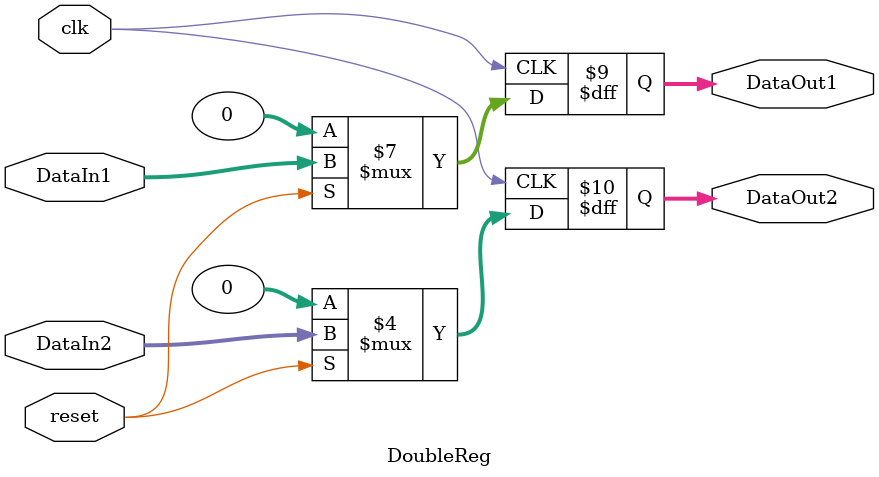
<source format=sv>
module DoubleReg (    //// WIDTH=#INSTRUCTIONS 
  input [31:0] DataIn1,DataIn2,
  input clk,reset,    // Clock
  output reg [31:0] DataOut1,DataOut2
);
  always @ (posedge clk) begin 
    
    if(reset == 1'b0) begin
      DataOut1 <= 32'b0;
        DataOut2 <= 32'b0;
    end
    else begin
          
              DataOut1=DataIn1;
            DataOut2=DataIn2;
        end
           
      end 
endmodule 
</source>
